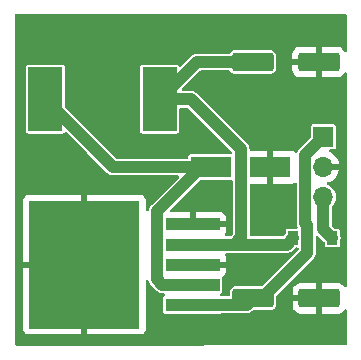
<source format=gbr>
%TF.GenerationSoftware,KiCad,Pcbnew,6.0.2+dfsg-1*%
%TF.CreationDate,2022-09-05T16:28:11+02:00*%
%TF.ProjectId,power-module,706f7765-722d-46d6-9f64-756c652e6b69,rev?*%
%TF.SameCoordinates,Original*%
%TF.FileFunction,Copper,L1,Top*%
%TF.FilePolarity,Positive*%
%FSLAX46Y46*%
G04 Gerber Fmt 4.6, Leading zero omitted, Abs format (unit mm)*
G04 Created by KiCad (PCBNEW 6.0.2+dfsg-1) date 2022-09-05 16:28:11*
%MOMM*%
%LPD*%
G01*
G04 APERTURE LIST*
G04 Aperture macros list*
%AMRoundRect*
0 Rectangle with rounded corners*
0 $1 Rounding radius*
0 $2 $3 $4 $5 $6 $7 $8 $9 X,Y pos of 4 corners*
0 Add a 4 corners polygon primitive as box body*
4,1,4,$2,$3,$4,$5,$6,$7,$8,$9,$2,$3,0*
0 Add four circle primitives for the rounded corners*
1,1,$1+$1,$2,$3*
1,1,$1+$1,$4,$5*
1,1,$1+$1,$6,$7*
1,1,$1+$1,$8,$9*
0 Add four rect primitives between the rounded corners*
20,1,$1+$1,$2,$3,$4,$5,0*
20,1,$1+$1,$4,$5,$6,$7,0*
20,1,$1+$1,$6,$7,$8,$9,0*
20,1,$1+$1,$8,$9,$2,$3,0*%
G04 Aperture macros list end*
%TA.AperFunction,SMDPad,CuDef*%
%ADD10R,4.600000X1.100000*%
%TD*%
%TA.AperFunction,SMDPad,CuDef*%
%ADD11R,9.400000X10.800000*%
%TD*%
%TA.AperFunction,ComponentPad*%
%ADD12R,1.700000X1.700000*%
%TD*%
%TA.AperFunction,ComponentPad*%
%ADD13O,1.700000X1.700000*%
%TD*%
%TA.AperFunction,SMDPad,CuDef*%
%ADD14RoundRect,0.250000X-1.500000X-0.550000X1.500000X-0.550000X1.500000X0.550000X-1.500000X0.550000X0*%
%TD*%
%TA.AperFunction,SMDPad,CuDef*%
%ADD15R,0.900000X1.200000*%
%TD*%
%TA.AperFunction,SMDPad,CuDef*%
%ADD16R,3.500000X1.800000*%
%TD*%
%TA.AperFunction,SMDPad,CuDef*%
%ADD17R,2.900000X5.400000*%
%TD*%
%TA.AperFunction,ViaPad*%
%ADD18C,0.800000*%
%TD*%
%TA.AperFunction,Conductor*%
%ADD19C,1.000000*%
%TD*%
G04 APERTURE END LIST*
D10*
%TO.P,U1,1,VIN*%
%TO.N,+28V*%
X156025000Y-103000000D03*
%TO.P,U1,2,OUT*%
%TO.N,Net-(D1-Pad1)*%
X156025000Y-101300000D03*
%TO.P,U1,3,GND*%
%TO.N,GND*%
X156025000Y-99600000D03*
D11*
X146875000Y-99600000D03*
D10*
%TO.P,U1,4,FB*%
%TO.N,Net-(D2-Pad2)*%
X156025000Y-97900000D03*
%TO.P,U1,5,~{ON}/OFF*%
%TO.N,GND*%
X156025000Y-96200000D03*
%TD*%
D12*
%TO.P,J1,1,Pin_1*%
%TO.N,+28V*%
X167100000Y-88775000D03*
D13*
%TO.P,J1,2,Pin_2*%
%TO.N,GND*%
X167100000Y-91315000D03*
%TO.P,J1,3,Pin_3*%
%TO.N,+3V3*%
X167100000Y-93855000D03*
%TD*%
D14*
%TO.P,C1,1*%
%TO.N,+28V*%
X161150000Y-102450000D03*
%TO.P,C1,2*%
%TO.N,GND*%
X166750000Y-102450000D03*
%TD*%
%TO.P,C2,1*%
%TO.N,Net-(D2-Pad2)*%
X161100000Y-82450000D03*
%TO.P,C2,2*%
%TO.N,GND*%
X166700000Y-82450000D03*
%TD*%
D15*
%TO.P,D2,1,K*%
%TO.N,+3V3*%
X167850000Y-97350000D03*
%TO.P,D2,2,A*%
%TO.N,Net-(D2-Pad2)*%
X164550000Y-97350000D03*
%TD*%
D16*
%TO.P,D1,1,K*%
%TO.N,Net-(D1-Pad1)*%
X157600000Y-91350000D03*
%TO.P,D1,2,A*%
%TO.N,GND*%
X162600000Y-91350000D03*
%TD*%
D17*
%TO.P,L1,1,1*%
%TO.N,Net-(D1-Pad1)*%
X143550000Y-85600000D03*
%TO.P,L1,2,2*%
%TO.N,Net-(D2-Pad2)*%
X153250000Y-85600000D03*
%TD*%
D18*
%TO.N,GND*%
X155800000Y-94750000D03*
X145800000Y-93000000D03*
X159500000Y-99800000D03*
X161750000Y-87250000D03*
X148250000Y-81750000D03*
X167600000Y-99800000D03*
X163150000Y-94200000D03*
%TD*%
D19*
%TO.N,+28V*%
X165550489Y-90324511D02*
X165550489Y-96050489D01*
X165550489Y-96050489D02*
X165750000Y-96250000D01*
X167100000Y-88775000D02*
X165550489Y-90324511D01*
X161899022Y-102450000D02*
X161150000Y-102450000D01*
X156025000Y-103000000D02*
X160600000Y-103000000D01*
X165750000Y-96250000D02*
X165750000Y-98599022D01*
X165750000Y-98599022D02*
X161899022Y-102450000D01*
X160600000Y-103000000D02*
X161150000Y-102450000D01*
%TO.N,Net-(D2-Pad2)*%
X156025000Y-97900000D02*
X164000000Y-97900000D01*
X161100000Y-82450000D02*
X156400000Y-82450000D01*
X160150000Y-97250000D02*
X159500000Y-97900000D01*
X155899022Y-85600000D02*
X160150000Y-89850978D01*
X159500000Y-97900000D02*
X156025000Y-97900000D01*
X156400000Y-82450000D02*
X153250000Y-85600000D01*
X160150000Y-89850978D02*
X160150000Y-97250000D01*
X164000000Y-97900000D02*
X164550000Y-97350000D01*
X153250000Y-85600000D02*
X155899022Y-85600000D01*
%TO.N,Net-(D1-Pad1)*%
X153475978Y-101300000D02*
X156025000Y-101300000D01*
X149300000Y-91350000D02*
X143550000Y-85600000D01*
X153025489Y-100849511D02*
X153475978Y-101300000D01*
X156750000Y-91350000D02*
X153025489Y-95074511D01*
X157600000Y-91350000D02*
X149300000Y-91350000D01*
X153025489Y-95074511D02*
X153025489Y-100849511D01*
X157600000Y-91350000D02*
X156750000Y-91350000D01*
%TO.N,+3V3*%
X167100000Y-96600000D02*
X167850000Y-97350000D01*
X167100000Y-93855000D02*
X167100000Y-96600000D01*
%TD*%
%TA.AperFunction,Conductor*%
%TO.N,GND*%
G36*
X169041621Y-78420502D02*
G01*
X169088114Y-78474158D01*
X169099500Y-78526500D01*
X169099500Y-81469989D01*
X169079498Y-81538110D01*
X169025842Y-81584603D01*
X168955568Y-81594707D01*
X168890988Y-81565213D01*
X168866356Y-81536292D01*
X168801937Y-81432193D01*
X168792901Y-81420792D01*
X168678171Y-81306261D01*
X168666760Y-81297249D01*
X168528757Y-81212184D01*
X168515576Y-81206037D01*
X168361290Y-81154862D01*
X168347914Y-81151995D01*
X168253562Y-81142328D01*
X168247145Y-81142000D01*
X166972115Y-81142000D01*
X166956876Y-81146475D01*
X166955671Y-81147865D01*
X166954000Y-81155548D01*
X166954000Y-83739884D01*
X166958475Y-83755123D01*
X166959865Y-83756328D01*
X166967548Y-83757999D01*
X168247095Y-83757999D01*
X168253614Y-83757662D01*
X168349206Y-83747743D01*
X168362600Y-83744851D01*
X168516784Y-83693412D01*
X168529962Y-83687239D01*
X168667807Y-83601937D01*
X168679208Y-83592901D01*
X168793739Y-83478171D01*
X168802751Y-83466760D01*
X168866240Y-83363761D01*
X168919012Y-83316268D01*
X168989084Y-83304844D01*
X169054207Y-83333118D01*
X169093707Y-83392112D01*
X169099500Y-83429877D01*
X169099500Y-101389191D01*
X169079498Y-101457312D01*
X169025842Y-101503805D01*
X168955568Y-101513909D01*
X168890988Y-101484415D01*
X168866355Y-101455494D01*
X168851932Y-101432187D01*
X168842901Y-101420792D01*
X168728171Y-101306261D01*
X168716760Y-101297249D01*
X168578757Y-101212184D01*
X168565576Y-101206037D01*
X168411290Y-101154862D01*
X168397914Y-101151995D01*
X168303562Y-101142328D01*
X168297145Y-101142000D01*
X167022115Y-101142000D01*
X167006876Y-101146475D01*
X167005671Y-101147865D01*
X167004000Y-101155548D01*
X167004000Y-103739884D01*
X167008475Y-103755123D01*
X167009865Y-103756328D01*
X167017548Y-103757999D01*
X168297095Y-103757999D01*
X168303614Y-103757662D01*
X168399206Y-103747743D01*
X168412600Y-103744851D01*
X168566784Y-103693412D01*
X168579962Y-103687239D01*
X168717807Y-103601937D01*
X168729208Y-103592901D01*
X168843739Y-103478171D01*
X168852753Y-103466757D01*
X168866240Y-103444877D01*
X168919011Y-103397383D01*
X168989083Y-103385959D01*
X169054207Y-103414232D01*
X169093707Y-103473226D01*
X169099500Y-103510992D01*
X169099500Y-106273760D01*
X169079498Y-106341881D01*
X169025842Y-106388374D01*
X168973760Y-106399760D01*
X144799900Y-106449500D01*
X141126275Y-106449500D01*
X141058154Y-106429498D01*
X141011661Y-106375842D01*
X141000275Y-106323725D01*
X140997995Y-105044669D01*
X141667001Y-105044669D01*
X141667371Y-105051490D01*
X141672895Y-105102352D01*
X141676521Y-105117604D01*
X141721676Y-105238054D01*
X141730214Y-105253649D01*
X141806715Y-105355724D01*
X141819276Y-105368285D01*
X141921351Y-105444786D01*
X141936946Y-105453324D01*
X142057394Y-105498478D01*
X142072649Y-105502105D01*
X142123514Y-105507631D01*
X142130328Y-105508000D01*
X146602885Y-105508000D01*
X146618124Y-105503525D01*
X146619329Y-105502135D01*
X146621000Y-105494452D01*
X146621000Y-99872115D01*
X146616525Y-99856876D01*
X146615135Y-99855671D01*
X146607452Y-99854000D01*
X141685116Y-99854000D01*
X141669877Y-99858475D01*
X141668672Y-99859865D01*
X141667001Y-99867548D01*
X141667001Y-105044669D01*
X140997995Y-105044669D01*
X140987805Y-99327885D01*
X141667000Y-99327885D01*
X141671475Y-99343124D01*
X141672865Y-99344329D01*
X141680548Y-99346000D01*
X146602885Y-99346000D01*
X146618124Y-99341525D01*
X146619329Y-99340135D01*
X146621000Y-99332452D01*
X146621000Y-93710116D01*
X146616525Y-93694877D01*
X146615135Y-93693672D01*
X146607452Y-93692001D01*
X142130331Y-93692001D01*
X142123510Y-93692371D01*
X142072648Y-93697895D01*
X142057396Y-93701521D01*
X141936946Y-93746676D01*
X141921351Y-93755214D01*
X141819276Y-93831715D01*
X141806715Y-93844276D01*
X141730214Y-93946351D01*
X141721676Y-93961946D01*
X141676522Y-94082394D01*
X141672895Y-94097649D01*
X141667369Y-94148514D01*
X141667000Y-94155328D01*
X141667000Y-99327885D01*
X140987805Y-99327885D01*
X140968183Y-88319748D01*
X141899500Y-88319748D01*
X141911133Y-88378231D01*
X141955448Y-88444552D01*
X142021769Y-88488867D01*
X142033938Y-88491288D01*
X142033939Y-88491288D01*
X142074184Y-88499293D01*
X142080252Y-88500500D01*
X145019748Y-88500500D01*
X145025816Y-88499293D01*
X145066061Y-88491288D01*
X145066062Y-88491288D01*
X145078231Y-88488867D01*
X145144552Y-88444552D01*
X145151443Y-88434239D01*
X145151445Y-88434237D01*
X145163134Y-88416743D01*
X145217611Y-88371215D01*
X145288054Y-88362367D01*
X145356994Y-88397650D01*
X147072838Y-90113495D01*
X148784418Y-91825075D01*
X148790271Y-91831340D01*
X148827831Y-91874396D01*
X148879473Y-91910690D01*
X148884758Y-91914616D01*
X148928476Y-91948895D01*
X148928480Y-91948897D01*
X148934457Y-91953584D01*
X148941380Y-91956710D01*
X148944328Y-91958495D01*
X148957288Y-91965887D01*
X148960334Y-91967520D01*
X148966547Y-91971887D01*
X149025366Y-91994820D01*
X149031445Y-91997375D01*
X149088984Y-92023355D01*
X149096455Y-92024740D01*
X149099723Y-92025764D01*
X149114164Y-92029877D01*
X149117437Y-92030717D01*
X149124513Y-92033476D01*
X149169183Y-92039356D01*
X149187106Y-92041716D01*
X149193623Y-92042748D01*
X149235035Y-92050423D01*
X149255692Y-92054252D01*
X149263272Y-92053815D01*
X149263273Y-92053815D01*
X149317144Y-92050709D01*
X149324396Y-92050500D01*
X154754654Y-92050500D01*
X154822775Y-92070502D01*
X154869268Y-92124158D01*
X154879372Y-92194432D01*
X154849878Y-92259012D01*
X154843749Y-92265595D01*
X152550414Y-94558929D01*
X152544149Y-94564782D01*
X152501093Y-94602342D01*
X152474015Y-94640871D01*
X152464806Y-94653974D01*
X152460873Y-94659269D01*
X152426594Y-94702987D01*
X152426592Y-94702991D01*
X152421905Y-94708968D01*
X152418779Y-94715891D01*
X152416994Y-94718839D01*
X152409602Y-94731799D01*
X152407969Y-94734845D01*
X152403602Y-94741058D01*
X152400843Y-94748135D01*
X152380669Y-94799877D01*
X152378114Y-94805956D01*
X152352134Y-94863495D01*
X152350749Y-94870966D01*
X152349725Y-94874234D01*
X152345612Y-94888675D01*
X152344772Y-94891948D01*
X152342013Y-94899024D01*
X152341022Y-94906554D01*
X152333921Y-94960493D01*
X152305199Y-95025421D01*
X152245934Y-95064513D01*
X152174943Y-95065358D01*
X152114764Y-95027689D01*
X152084504Y-94963464D01*
X152082999Y-94944048D01*
X152082999Y-94155331D01*
X152082629Y-94148510D01*
X152077105Y-94097648D01*
X152073479Y-94082396D01*
X152028324Y-93961946D01*
X152019786Y-93946351D01*
X151943285Y-93844276D01*
X151930724Y-93831715D01*
X151828649Y-93755214D01*
X151813054Y-93746676D01*
X151692606Y-93701522D01*
X151677351Y-93697895D01*
X151626486Y-93692369D01*
X151619672Y-93692000D01*
X147147115Y-93692000D01*
X147131876Y-93696475D01*
X147130671Y-93697865D01*
X147129000Y-93705548D01*
X147129000Y-105489884D01*
X147133475Y-105505123D01*
X147134865Y-105506328D01*
X147142548Y-105507999D01*
X151619669Y-105507999D01*
X151626490Y-105507629D01*
X151677352Y-105502105D01*
X151692604Y-105498479D01*
X151813054Y-105453324D01*
X151828649Y-105444786D01*
X151930724Y-105368285D01*
X151943285Y-105355724D01*
X152019786Y-105253649D01*
X152028324Y-105238054D01*
X152073478Y-105117606D01*
X152077105Y-105102351D01*
X152082631Y-105051486D01*
X152083000Y-105044672D01*
X152083000Y-100982340D01*
X152103002Y-100914219D01*
X152156658Y-100867726D01*
X152226932Y-100857622D01*
X152291512Y-100887116D01*
X152329896Y-100946842D01*
X152334085Y-100967189D01*
X152340213Y-101017831D01*
X152342898Y-101024938D01*
X152343707Y-101028231D01*
X152347666Y-101042702D01*
X152348655Y-101045978D01*
X152349962Y-101053465D01*
X152353017Y-101060424D01*
X152353017Y-101060425D01*
X152375336Y-101111271D01*
X152377828Y-101117377D01*
X152391993Y-101154862D01*
X152400144Y-101176434D01*
X152404443Y-101182689D01*
X152406024Y-101185714D01*
X152413314Y-101198810D01*
X152415055Y-101201754D01*
X152418110Y-101208713D01*
X152422735Y-101214741D01*
X152422736Y-101214742D01*
X152456531Y-101258784D01*
X152460408Y-101264120D01*
X152491870Y-101309897D01*
X152491875Y-101309903D01*
X152496177Y-101316162D01*
X152501851Y-101321217D01*
X152542137Y-101357111D01*
X152547414Y-101362092D01*
X152960402Y-101775081D01*
X152966255Y-101781347D01*
X152995290Y-101814631D01*
X153003809Y-101824396D01*
X153055451Y-101860690D01*
X153060736Y-101864616D01*
X153104454Y-101898895D01*
X153104458Y-101898897D01*
X153110435Y-101903584D01*
X153117358Y-101906710D01*
X153120306Y-101908495D01*
X153133266Y-101915887D01*
X153136312Y-101917520D01*
X153142525Y-101921887D01*
X153185255Y-101938547D01*
X153201344Y-101944820D01*
X153207423Y-101947375D01*
X153264962Y-101973355D01*
X153272433Y-101974740D01*
X153275701Y-101975764D01*
X153290142Y-101979877D01*
X153293415Y-101980717D01*
X153300491Y-101983476D01*
X153345161Y-101989356D01*
X153363084Y-101991716D01*
X153369601Y-101992748D01*
X153411013Y-102000423D01*
X153431670Y-102004252D01*
X153439250Y-102003815D01*
X153439251Y-102003815D01*
X153493122Y-102000709D01*
X153500374Y-102000500D01*
X153551128Y-102000500D01*
X153621129Y-102021734D01*
X153646769Y-102038867D01*
X153646953Y-102038904D01*
X153695642Y-102078142D01*
X153718061Y-102145506D01*
X153700501Y-102214297D01*
X153651124Y-102260267D01*
X153646769Y-102261133D01*
X153636452Y-102268026D01*
X153636451Y-102268027D01*
X153606390Y-102288114D01*
X153580448Y-102305448D01*
X153536133Y-102371769D01*
X153524500Y-102430252D01*
X153524500Y-103569748D01*
X153536133Y-103628231D01*
X153580448Y-103694552D01*
X153646769Y-103738867D01*
X153658938Y-103741288D01*
X153658939Y-103741288D01*
X153692709Y-103748005D01*
X153705252Y-103750500D01*
X158344748Y-103750500D01*
X158371705Y-103745138D01*
X158391060Y-103741288D01*
X158403231Y-103738867D01*
X158428871Y-103721734D01*
X158498872Y-103700500D01*
X160571359Y-103700500D01*
X160579929Y-103700792D01*
X160629354Y-103704162D01*
X160629358Y-103704162D01*
X160636930Y-103704678D01*
X160644406Y-103703373D01*
X160644409Y-103703373D01*
X160699132Y-103693822D01*
X160705658Y-103692859D01*
X160752098Y-103687239D01*
X160768320Y-103685276D01*
X160775427Y-103682591D01*
X160778720Y-103681782D01*
X160793191Y-103677823D01*
X160796467Y-103676834D01*
X160803954Y-103675527D01*
X160810914Y-103672472D01*
X160861760Y-103650153D01*
X160867866Y-103647661D01*
X160919818Y-103628030D01*
X160919820Y-103628029D01*
X160926923Y-103625345D01*
X160933178Y-103621046D01*
X160936203Y-103619465D01*
X160949299Y-103612175D01*
X160952243Y-103610434D01*
X160959202Y-103607379D01*
X160965234Y-103602751D01*
X161009273Y-103568958D01*
X161014609Y-103565081D01*
X161060386Y-103533619D01*
X161060392Y-103533614D01*
X161066651Y-103529312D01*
X161099288Y-103492681D01*
X161159538Y-103455125D01*
X161193364Y-103450500D01*
X162703834Y-103450500D01*
X162721752Y-103448806D01*
X162727722Y-103448242D01*
X162727723Y-103448242D01*
X162735369Y-103447519D01*
X162863184Y-103402634D01*
X162870754Y-103397042D01*
X162870757Y-103397041D01*
X162964579Y-103327742D01*
X162972150Y-103322150D01*
X162984665Y-103305206D01*
X163047041Y-103220757D01*
X163047042Y-103220754D01*
X163052634Y-103213184D01*
X163097519Y-103085369D01*
X163100500Y-103053834D01*
X163100500Y-103047095D01*
X164492001Y-103047095D01*
X164492338Y-103053614D01*
X164502257Y-103149206D01*
X164505149Y-103162600D01*
X164556588Y-103316784D01*
X164562761Y-103329962D01*
X164648063Y-103467807D01*
X164657099Y-103479208D01*
X164771829Y-103593739D01*
X164783240Y-103602751D01*
X164921243Y-103687816D01*
X164934424Y-103693963D01*
X165088710Y-103745138D01*
X165102086Y-103748005D01*
X165196438Y-103757672D01*
X165202854Y-103758000D01*
X166477885Y-103758000D01*
X166493124Y-103753525D01*
X166494329Y-103752135D01*
X166496000Y-103744452D01*
X166496000Y-102722115D01*
X166491525Y-102706876D01*
X166490135Y-102705671D01*
X166482452Y-102704000D01*
X164510116Y-102704000D01*
X164494877Y-102708475D01*
X164493672Y-102709865D01*
X164492001Y-102717548D01*
X164492001Y-103047095D01*
X163100500Y-103047095D01*
X163100500Y-102291368D01*
X163120502Y-102223247D01*
X163137405Y-102202273D01*
X163161793Y-102177885D01*
X164492000Y-102177885D01*
X164496475Y-102193124D01*
X164497865Y-102194329D01*
X164505548Y-102196000D01*
X166477885Y-102196000D01*
X166493124Y-102191525D01*
X166494329Y-102190135D01*
X166496000Y-102182452D01*
X166496000Y-101160116D01*
X166491525Y-101144877D01*
X166490135Y-101143672D01*
X166482452Y-101142001D01*
X165202905Y-101142001D01*
X165196386Y-101142338D01*
X165100794Y-101152257D01*
X165087400Y-101155149D01*
X164933216Y-101206588D01*
X164920038Y-101212761D01*
X164782193Y-101298063D01*
X164770792Y-101307099D01*
X164656261Y-101421829D01*
X164647249Y-101433240D01*
X164562184Y-101571243D01*
X164556037Y-101584424D01*
X164504862Y-101738710D01*
X164501995Y-101752086D01*
X164492328Y-101846438D01*
X164492000Y-101852855D01*
X164492000Y-102177885D01*
X163161793Y-102177885D01*
X166225067Y-99114611D01*
X166231333Y-99108757D01*
X166268671Y-99076185D01*
X166274396Y-99071191D01*
X166278761Y-99064980D01*
X166278764Y-99064977D01*
X166310705Y-99019529D01*
X166314638Y-99014234D01*
X166348893Y-98970546D01*
X166353583Y-98964565D01*
X166356711Y-98957638D01*
X166358486Y-98954707D01*
X166365903Y-98941704D01*
X166367519Y-98938690D01*
X166371887Y-98932475D01*
X166374646Y-98925399D01*
X166374648Y-98925395D01*
X166394819Y-98873658D01*
X166397375Y-98867577D01*
X166420231Y-98816957D01*
X166420231Y-98816956D01*
X166423355Y-98810038D01*
X166424739Y-98802572D01*
X166425757Y-98799323D01*
X166429877Y-98784858D01*
X166430717Y-98781585D01*
X166433476Y-98774509D01*
X166441716Y-98711916D01*
X166442748Y-98705399D01*
X166452868Y-98650797D01*
X166454252Y-98643330D01*
X166450709Y-98581883D01*
X166450500Y-98574631D01*
X166450500Y-97245347D01*
X166470502Y-97177226D01*
X166524158Y-97130733D01*
X166594432Y-97120629D01*
X166659012Y-97150123D01*
X166665596Y-97156252D01*
X167162596Y-97653253D01*
X167196621Y-97715565D01*
X167199500Y-97742348D01*
X167199500Y-97969748D01*
X167211133Y-98028231D01*
X167255448Y-98094552D01*
X167321769Y-98138867D01*
X167333938Y-98141288D01*
X167333939Y-98141288D01*
X167350500Y-98144582D01*
X167380252Y-98150500D01*
X168319748Y-98150500D01*
X168349500Y-98144582D01*
X168366061Y-98141288D01*
X168366062Y-98141288D01*
X168378231Y-98138867D01*
X168444552Y-98094552D01*
X168488867Y-98028231D01*
X168500500Y-97969748D01*
X168500500Y-97635469D01*
X168506465Y-97597160D01*
X168540837Y-97489461D01*
X168540838Y-97489458D01*
X168543146Y-97482225D01*
X168554678Y-97313070D01*
X168525527Y-97146046D01*
X168511126Y-97113239D01*
X168500500Y-97062594D01*
X168500500Y-96730252D01*
X168488867Y-96671769D01*
X168444552Y-96605448D01*
X168378231Y-96561133D01*
X168366062Y-96558712D01*
X168366061Y-96558712D01*
X168325816Y-96550707D01*
X168319748Y-96549500D01*
X168092347Y-96549500D01*
X168024226Y-96529498D01*
X168003251Y-96512595D01*
X167837404Y-96346747D01*
X167803379Y-96284435D01*
X167800500Y-96257652D01*
X167800500Y-94698086D01*
X167820502Y-94629965D01*
X167831118Y-94615755D01*
X167958540Y-94468134D01*
X167958540Y-94468133D01*
X167962564Y-94463472D01*
X168064323Y-94284344D01*
X168129351Y-94088863D01*
X168155171Y-93884474D01*
X168155583Y-93855000D01*
X168135480Y-93649970D01*
X168075935Y-93452749D01*
X167979218Y-93270849D01*
X167905859Y-93180902D01*
X167852906Y-93115975D01*
X167852903Y-93115972D01*
X167849011Y-93111200D01*
X167836458Y-93100815D01*
X167695025Y-92983811D01*
X167695021Y-92983809D01*
X167690275Y-92979882D01*
X167509055Y-92881897D01*
X167458183Y-92866150D01*
X167399025Y-92826899D01*
X167370477Y-92761895D01*
X167381605Y-92691776D01*
X167428876Y-92638804D01*
X167459235Y-92625099D01*
X167592255Y-92585191D01*
X167601842Y-92581433D01*
X167793095Y-92487739D01*
X167801945Y-92482464D01*
X167975328Y-92358792D01*
X167983200Y-92352139D01*
X168134052Y-92201812D01*
X168140730Y-92193965D01*
X168265003Y-92021020D01*
X168270313Y-92012183D01*
X168364670Y-91821267D01*
X168368469Y-91811672D01*
X168430377Y-91607910D01*
X168432555Y-91597837D01*
X168433986Y-91586962D01*
X168431775Y-91572778D01*
X168418617Y-91569000D01*
X166972000Y-91569000D01*
X166903879Y-91548998D01*
X166857386Y-91495342D01*
X166846000Y-91443000D01*
X166846000Y-91187000D01*
X166866002Y-91118879D01*
X166919658Y-91072386D01*
X166972000Y-91061000D01*
X168418344Y-91061000D01*
X168431875Y-91057027D01*
X168433180Y-91047947D01*
X168391214Y-90880875D01*
X168387894Y-90871124D01*
X168302972Y-90675814D01*
X168298105Y-90666739D01*
X168182426Y-90487926D01*
X168176136Y-90479757D01*
X168032806Y-90322240D01*
X168025273Y-90315215D01*
X167858139Y-90183222D01*
X167849552Y-90177517D01*
X167663117Y-90074599D01*
X167653705Y-90070369D01*
X167653435Y-90070273D01*
X167653341Y-90070205D01*
X167648989Y-90068249D01*
X167649393Y-90067351D01*
X167595899Y-90028679D01*
X167569983Y-89962581D01*
X167583917Y-89892965D01*
X167633276Y-89841934D01*
X167695495Y-89825500D01*
X167969748Y-89825500D01*
X167975816Y-89824293D01*
X168016061Y-89816288D01*
X168016062Y-89816288D01*
X168028231Y-89813867D01*
X168094552Y-89769552D01*
X168138867Y-89703231D01*
X168145036Y-89672220D01*
X168149293Y-89650816D01*
X168150500Y-89644748D01*
X168150500Y-87905252D01*
X168138867Y-87846769D01*
X168094552Y-87780448D01*
X168028231Y-87736133D01*
X168016062Y-87733712D01*
X168016061Y-87733712D01*
X167975816Y-87725707D01*
X167969748Y-87724500D01*
X166230252Y-87724500D01*
X166224184Y-87725707D01*
X166183939Y-87733712D01*
X166183938Y-87733712D01*
X166171769Y-87736133D01*
X166105448Y-87780448D01*
X166061133Y-87846769D01*
X166049500Y-87905252D01*
X166049500Y-88782653D01*
X166029498Y-88850774D01*
X166012595Y-88871748D01*
X165075414Y-89808929D01*
X165069149Y-89814782D01*
X165026093Y-89852342D01*
X164997543Y-89892965D01*
X164989806Y-89903974D01*
X164985873Y-89909269D01*
X164951594Y-89952987D01*
X164951592Y-89952991D01*
X164946905Y-89958968D01*
X164943779Y-89965891D01*
X164941994Y-89968839D01*
X164934602Y-89981799D01*
X164932969Y-89984845D01*
X164928602Y-89991058D01*
X164911702Y-90034405D01*
X164910727Y-90036905D01*
X164867346Y-90093106D01*
X164800467Y-90116933D01*
X164731323Y-90100819D01*
X164713037Y-90086918D01*
X164712904Y-90087096D01*
X164603649Y-90005214D01*
X164588054Y-89996676D01*
X164467606Y-89951522D01*
X164452351Y-89947895D01*
X164401486Y-89942369D01*
X164394672Y-89942000D01*
X162872115Y-89942000D01*
X162856876Y-89946475D01*
X162855671Y-89947865D01*
X162854000Y-89955548D01*
X162854000Y-92739884D01*
X162858475Y-92755123D01*
X162859865Y-92756328D01*
X162867548Y-92757999D01*
X164394669Y-92757999D01*
X164401490Y-92757629D01*
X164452352Y-92752105D01*
X164467604Y-92748479D01*
X164588054Y-92703324D01*
X164603644Y-92694789D01*
X164648424Y-92661228D01*
X164714931Y-92636381D01*
X164784313Y-92651434D01*
X164834543Y-92701609D01*
X164849989Y-92762055D01*
X164849989Y-96021848D01*
X164849697Y-96030418D01*
X164845811Y-96087419D01*
X164847116Y-96094895D01*
X164847116Y-96094898D01*
X164856667Y-96149621D01*
X164857630Y-96156147D01*
X164865213Y-96218809D01*
X164867898Y-96225916D01*
X164868707Y-96229209D01*
X164872666Y-96243680D01*
X164873655Y-96246956D01*
X164874962Y-96254443D01*
X164878017Y-96261402D01*
X164878017Y-96261403D01*
X164900336Y-96312249D01*
X164902828Y-96318355D01*
X164925144Y-96377412D01*
X164922400Y-96378449D01*
X164933582Y-96434781D01*
X164907561Y-96500837D01*
X164849959Y-96542340D01*
X164808088Y-96549500D01*
X164080252Y-96549500D01*
X164074184Y-96550707D01*
X164033939Y-96558712D01*
X164033938Y-96558712D01*
X164021769Y-96561133D01*
X163955448Y-96605448D01*
X163911133Y-96671769D01*
X163899500Y-96730252D01*
X163899500Y-96957653D01*
X163879498Y-97025774D01*
X163862595Y-97046748D01*
X163746748Y-97162595D01*
X163684436Y-97196621D01*
X163657653Y-97199500D01*
X160976500Y-97199500D01*
X160908379Y-97179498D01*
X160861886Y-97125842D01*
X160850500Y-97073500D01*
X160850500Y-92884000D01*
X160870502Y-92815879D01*
X160924158Y-92769386D01*
X160976500Y-92758000D01*
X162327885Y-92758000D01*
X162343124Y-92753525D01*
X162344329Y-92752135D01*
X162346000Y-92744452D01*
X162346000Y-89960116D01*
X162341525Y-89944877D01*
X162340135Y-89943672D01*
X162332452Y-89942001D01*
X160980039Y-89942001D01*
X160911918Y-89921999D01*
X160865425Y-89868343D01*
X160854212Y-89822592D01*
X160854161Y-89821626D01*
X160854678Y-89814048D01*
X160843823Y-89751848D01*
X160842860Y-89745324D01*
X160836189Y-89690199D01*
X160836188Y-89690196D01*
X160835276Y-89682658D01*
X160832592Y-89675556D01*
X160831773Y-89672220D01*
X160827817Y-89657763D01*
X160826834Y-89654506D01*
X160825528Y-89647025D01*
X160821813Y-89638561D01*
X160800151Y-89589211D01*
X160797660Y-89583106D01*
X160778033Y-89531167D01*
X160778031Y-89531163D01*
X160775345Y-89524055D01*
X160771040Y-89517791D01*
X160769451Y-89514752D01*
X160762176Y-89501679D01*
X160760431Y-89498728D01*
X160757379Y-89491776D01*
X160718958Y-89441705D01*
X160715081Y-89436369D01*
X160683619Y-89390592D01*
X160683614Y-89390586D01*
X160679312Y-89384327D01*
X160633342Y-89343369D01*
X160628067Y-89338389D01*
X156414604Y-85124925D01*
X156408750Y-85118659D01*
X156376187Y-85081331D01*
X156371191Y-85075604D01*
X156319549Y-85039310D01*
X156314264Y-85035384D01*
X156270546Y-85001105D01*
X156270542Y-85001103D01*
X156264565Y-84996416D01*
X156257642Y-84993290D01*
X156254694Y-84991505D01*
X156241734Y-84984113D01*
X156238688Y-84982480D01*
X156232475Y-84978113D01*
X156173655Y-84955180D01*
X156167576Y-84952624D01*
X156110038Y-84926645D01*
X156102567Y-84925260D01*
X156099299Y-84924236D01*
X156084858Y-84920123D01*
X156081585Y-84919283D01*
X156074509Y-84916524D01*
X156029839Y-84910644D01*
X156011916Y-84908284D01*
X156005399Y-84907252D01*
X155950797Y-84897132D01*
X155943330Y-84895748D01*
X155935750Y-84896185D01*
X155935749Y-84896185D01*
X155881878Y-84899291D01*
X155874626Y-84899500D01*
X155245346Y-84899500D01*
X155177225Y-84879498D01*
X155130732Y-84825842D01*
X155120628Y-84755568D01*
X155150122Y-84690988D01*
X155156251Y-84684405D01*
X156653252Y-83187405D01*
X156715564Y-83153379D01*
X156742347Y-83150500D01*
X159089903Y-83150500D01*
X159158024Y-83170502D01*
X159197298Y-83213234D01*
X159197366Y-83213184D01*
X159202959Y-83220757D01*
X159277850Y-83322150D01*
X159285421Y-83327742D01*
X159379243Y-83397041D01*
X159379246Y-83397042D01*
X159386816Y-83402634D01*
X159514631Y-83447519D01*
X159522277Y-83448242D01*
X159522278Y-83448242D01*
X159528248Y-83448806D01*
X159546166Y-83450500D01*
X162653834Y-83450500D01*
X162671752Y-83448806D01*
X162677722Y-83448242D01*
X162677723Y-83448242D01*
X162685369Y-83447519D01*
X162813184Y-83402634D01*
X162820754Y-83397042D01*
X162820757Y-83397041D01*
X162914579Y-83327742D01*
X162922150Y-83322150D01*
X162997040Y-83220758D01*
X162997041Y-83220757D01*
X162997042Y-83220754D01*
X163002634Y-83213184D01*
X163047519Y-83085369D01*
X163050500Y-83053834D01*
X163050500Y-83047095D01*
X164442001Y-83047095D01*
X164442338Y-83053614D01*
X164452257Y-83149206D01*
X164455149Y-83162600D01*
X164506588Y-83316784D01*
X164512761Y-83329962D01*
X164598063Y-83467807D01*
X164607099Y-83479208D01*
X164721829Y-83593739D01*
X164733240Y-83602751D01*
X164871243Y-83687816D01*
X164884424Y-83693963D01*
X165038710Y-83745138D01*
X165052086Y-83748005D01*
X165146438Y-83757672D01*
X165152854Y-83758000D01*
X166427885Y-83758000D01*
X166443124Y-83753525D01*
X166444329Y-83752135D01*
X166446000Y-83744452D01*
X166446000Y-82722115D01*
X166441525Y-82706876D01*
X166440135Y-82705671D01*
X166432452Y-82704000D01*
X164460116Y-82704000D01*
X164444877Y-82708475D01*
X164443672Y-82709865D01*
X164442001Y-82717548D01*
X164442001Y-83047095D01*
X163050500Y-83047095D01*
X163050500Y-82177885D01*
X164442000Y-82177885D01*
X164446475Y-82193124D01*
X164447865Y-82194329D01*
X164455548Y-82196000D01*
X166427885Y-82196000D01*
X166443124Y-82191525D01*
X166444329Y-82190135D01*
X166446000Y-82182452D01*
X166446000Y-81160116D01*
X166441525Y-81144877D01*
X166440135Y-81143672D01*
X166432452Y-81142001D01*
X165152905Y-81142001D01*
X165146386Y-81142338D01*
X165050794Y-81152257D01*
X165037400Y-81155149D01*
X164883216Y-81206588D01*
X164870038Y-81212761D01*
X164732193Y-81298063D01*
X164720792Y-81307099D01*
X164606261Y-81421829D01*
X164597249Y-81433240D01*
X164512184Y-81571243D01*
X164506037Y-81584424D01*
X164454862Y-81738710D01*
X164451995Y-81752086D01*
X164442328Y-81846438D01*
X164442000Y-81852855D01*
X164442000Y-82177885D01*
X163050500Y-82177885D01*
X163050500Y-81846166D01*
X163047519Y-81814631D01*
X163002634Y-81686816D01*
X162997042Y-81679246D01*
X162997041Y-81679243D01*
X162927742Y-81585421D01*
X162922150Y-81577850D01*
X162868347Y-81538110D01*
X162820757Y-81502959D01*
X162820754Y-81502958D01*
X162813184Y-81497366D01*
X162685369Y-81452481D01*
X162677723Y-81451758D01*
X162677722Y-81451758D01*
X162671752Y-81451194D01*
X162653834Y-81449500D01*
X159546166Y-81449500D01*
X159528248Y-81451194D01*
X159522278Y-81451758D01*
X159522277Y-81451758D01*
X159514631Y-81452481D01*
X159386816Y-81497366D01*
X159379246Y-81502958D01*
X159379243Y-81502959D01*
X159331653Y-81538110D01*
X159277850Y-81577850D01*
X159272258Y-81585421D01*
X159202960Y-81679242D01*
X159202959Y-81679243D01*
X159197366Y-81686816D01*
X159197159Y-81686663D01*
X159151706Y-81733301D01*
X159089903Y-81749500D01*
X156428641Y-81749500D01*
X156420071Y-81749208D01*
X156419211Y-81749149D01*
X156363070Y-81745322D01*
X156355593Y-81746627D01*
X156355590Y-81746627D01*
X156300870Y-81756177D01*
X156294346Y-81757140D01*
X156239221Y-81763811D01*
X156239218Y-81763812D01*
X156231680Y-81764724D01*
X156224578Y-81767408D01*
X156221242Y-81768227D01*
X156206785Y-81772183D01*
X156203528Y-81773166D01*
X156196047Y-81774472D01*
X156189095Y-81777524D01*
X156189094Y-81777524D01*
X156138233Y-81799849D01*
X156132128Y-81802340D01*
X156080189Y-81821967D01*
X156080185Y-81821969D01*
X156073077Y-81824655D01*
X156066813Y-81828960D01*
X156063774Y-81830549D01*
X156050701Y-81837824D01*
X156047750Y-81839569D01*
X156040798Y-81842621D01*
X156034770Y-81847246D01*
X156034769Y-81847247D01*
X155990727Y-81881042D01*
X155985391Y-81884919D01*
X155939614Y-81916381D01*
X155939608Y-81916386D01*
X155933349Y-81920688D01*
X155928294Y-81926362D01*
X155892392Y-81966657D01*
X155887411Y-81971933D01*
X155056994Y-82802350D01*
X154994682Y-82836376D01*
X154923867Y-82831311D01*
X154863134Y-82783257D01*
X154851445Y-82765763D01*
X154851443Y-82765761D01*
X154844552Y-82755448D01*
X154812658Y-82734137D01*
X154788547Y-82718026D01*
X154778231Y-82711133D01*
X154766062Y-82708712D01*
X154766061Y-82708712D01*
X154725816Y-82700707D01*
X154719748Y-82699500D01*
X151780252Y-82699500D01*
X151774184Y-82700707D01*
X151733939Y-82708712D01*
X151733938Y-82708712D01*
X151721769Y-82711133D01*
X151711453Y-82718026D01*
X151687342Y-82734137D01*
X151655448Y-82755448D01*
X151611133Y-82821769D01*
X151599500Y-82880252D01*
X151599500Y-88319748D01*
X151611133Y-88378231D01*
X151655448Y-88444552D01*
X151721769Y-88488867D01*
X151733938Y-88491288D01*
X151733939Y-88491288D01*
X151774184Y-88499293D01*
X151780252Y-88500500D01*
X154719748Y-88500500D01*
X154725816Y-88499293D01*
X154766061Y-88491288D01*
X154766062Y-88491288D01*
X154778231Y-88488867D01*
X154844552Y-88444552D01*
X154888867Y-88378231D01*
X154900500Y-88319748D01*
X154900500Y-86426500D01*
X154920502Y-86358379D01*
X154974158Y-86311886D01*
X155026500Y-86300500D01*
X155556676Y-86300500D01*
X155624797Y-86320502D01*
X155645771Y-86337405D01*
X159342770Y-90034405D01*
X159376796Y-90096717D01*
X159371731Y-90167533D01*
X159329184Y-90224368D01*
X159262664Y-90249179D01*
X159253675Y-90249500D01*
X155830252Y-90249500D01*
X155824184Y-90250707D01*
X155783939Y-90258712D01*
X155783938Y-90258712D01*
X155771769Y-90261133D01*
X155705448Y-90305448D01*
X155661133Y-90371769D01*
X155649500Y-90430252D01*
X155649500Y-90523500D01*
X155629498Y-90591621D01*
X155575842Y-90638114D01*
X155523500Y-90649500D01*
X149642346Y-90649500D01*
X149574225Y-90629498D01*
X149553251Y-90612595D01*
X145237405Y-86296748D01*
X145203379Y-86234436D01*
X145200500Y-86207653D01*
X145200500Y-82880252D01*
X145188867Y-82821769D01*
X145144552Y-82755448D01*
X145112658Y-82734137D01*
X145088547Y-82718026D01*
X145078231Y-82711133D01*
X145066062Y-82708712D01*
X145066061Y-82708712D01*
X145025816Y-82700707D01*
X145019748Y-82699500D01*
X142080252Y-82699500D01*
X142074184Y-82700707D01*
X142033939Y-82708712D01*
X142033938Y-82708712D01*
X142021769Y-82711133D01*
X142011453Y-82718026D01*
X141987342Y-82734137D01*
X141955448Y-82755448D01*
X141911133Y-82821769D01*
X141899500Y-82880252D01*
X141899500Y-88319748D01*
X140968183Y-88319748D01*
X140950726Y-78526725D01*
X140970607Y-78458568D01*
X141024179Y-78411980D01*
X141076726Y-78400500D01*
X168973500Y-78400500D01*
X169041621Y-78420502D01*
G37*
%TD.AperFunction*%
%TA.AperFunction,Conductor*%
G36*
X164971796Y-98170502D02*
G01*
X165018289Y-98224158D01*
X165028393Y-98294432D01*
X164998899Y-98359012D01*
X164992770Y-98365595D01*
X161945770Y-101412595D01*
X161883458Y-101446621D01*
X161856675Y-101449500D01*
X159596166Y-101449500D01*
X159578248Y-101451194D01*
X159572278Y-101451758D01*
X159572277Y-101451758D01*
X159564631Y-101452481D01*
X159436816Y-101497366D01*
X159429246Y-101502958D01*
X159429243Y-101502959D01*
X159344794Y-101565335D01*
X159327850Y-101577850D01*
X159322258Y-101585421D01*
X159252959Y-101679243D01*
X159252958Y-101679246D01*
X159247366Y-101686816D01*
X159202481Y-101814631D01*
X159199500Y-101846166D01*
X159199500Y-102173500D01*
X159179498Y-102241621D01*
X159125842Y-102288114D01*
X159073500Y-102299500D01*
X158498872Y-102299500D01*
X158428871Y-102278266D01*
X158403231Y-102261133D01*
X158403047Y-102261096D01*
X158354358Y-102221858D01*
X158331939Y-102154494D01*
X158349499Y-102085703D01*
X158398876Y-102039733D01*
X158403231Y-102038867D01*
X158413548Y-102031974D01*
X158413549Y-102031973D01*
X158459239Y-102001443D01*
X158469552Y-101994552D01*
X158513867Y-101928231D01*
X158516323Y-101915887D01*
X158524293Y-101875816D01*
X158525500Y-101869748D01*
X158525500Y-100730252D01*
X158524293Y-100724184D01*
X158523686Y-100718021D01*
X158525048Y-100717887D01*
X158530754Y-100654131D01*
X158572439Y-100599440D01*
X158680724Y-100518285D01*
X158693285Y-100505724D01*
X158769786Y-100403649D01*
X158778324Y-100388054D01*
X158823478Y-100267606D01*
X158827105Y-100252351D01*
X158832631Y-100201486D01*
X158833000Y-100194672D01*
X158833000Y-99872115D01*
X158828525Y-99856876D01*
X158827135Y-99855671D01*
X158819452Y-99854000D01*
X155897000Y-99854000D01*
X155828879Y-99833998D01*
X155782386Y-99780342D01*
X155771000Y-99728000D01*
X155771000Y-99472000D01*
X155791002Y-99403879D01*
X155844658Y-99357386D01*
X155897000Y-99346000D01*
X158814884Y-99346000D01*
X158830123Y-99341525D01*
X158831328Y-99340135D01*
X158832999Y-99332452D01*
X158832999Y-99005331D01*
X158832629Y-98998510D01*
X158827105Y-98947648D01*
X158823479Y-98932396D01*
X158778324Y-98811946D01*
X158765478Y-98788483D01*
X158768397Y-98786885D01*
X158749220Y-98735561D01*
X158764272Y-98666178D01*
X158814445Y-98615947D01*
X158874894Y-98600500D01*
X159471359Y-98600500D01*
X159479929Y-98600792D01*
X159529354Y-98604162D01*
X159529358Y-98604162D01*
X159536930Y-98604678D01*
X159550120Y-98602376D01*
X159571783Y-98600500D01*
X163971359Y-98600500D01*
X163979929Y-98600792D01*
X164029354Y-98604162D01*
X164029358Y-98604162D01*
X164036930Y-98604678D01*
X164044406Y-98603373D01*
X164044409Y-98603373D01*
X164099132Y-98593822D01*
X164105658Y-98592859D01*
X164146096Y-98587965D01*
X164168320Y-98585276D01*
X164175427Y-98582591D01*
X164178720Y-98581782D01*
X164193191Y-98577823D01*
X164196467Y-98576834D01*
X164203954Y-98575527D01*
X164210914Y-98572472D01*
X164261760Y-98550153D01*
X164267866Y-98547661D01*
X164319818Y-98528030D01*
X164319820Y-98528029D01*
X164326923Y-98525345D01*
X164333178Y-98521046D01*
X164336203Y-98519465D01*
X164349299Y-98512175D01*
X164352243Y-98510434D01*
X164359202Y-98507379D01*
X164409273Y-98468958D01*
X164414609Y-98465081D01*
X164460386Y-98433619D01*
X164460392Y-98433614D01*
X164466651Y-98429312D01*
X164507609Y-98383342D01*
X164512589Y-98378067D01*
X164703251Y-98187405D01*
X164765563Y-98153379D01*
X164792346Y-98150500D01*
X164903675Y-98150500D01*
X164971796Y-98170502D01*
G37*
%TD.AperFunction*%
%TA.AperFunction,Conductor*%
G36*
X159391621Y-92470502D02*
G01*
X159438114Y-92524158D01*
X159449500Y-92576500D01*
X159449500Y-96907653D01*
X159429498Y-96975774D01*
X159412595Y-96996749D01*
X159246747Y-97162596D01*
X159184435Y-97196621D01*
X159157652Y-97199500D01*
X158874894Y-97199500D01*
X158806773Y-97179498D01*
X158760280Y-97125842D01*
X158750176Y-97055568D01*
X158767890Y-97012838D01*
X158765478Y-97011517D01*
X158778324Y-96988054D01*
X158823478Y-96867606D01*
X158827105Y-96852351D01*
X158832631Y-96801486D01*
X158833000Y-96794672D01*
X158833000Y-96472115D01*
X158828525Y-96456876D01*
X158827135Y-96455671D01*
X158819452Y-96454000D01*
X155897000Y-96454000D01*
X155828879Y-96433998D01*
X155782386Y-96380342D01*
X155771000Y-96328000D01*
X155771000Y-95927885D01*
X156279000Y-95927885D01*
X156283475Y-95943124D01*
X156284865Y-95944329D01*
X156292548Y-95946000D01*
X158814884Y-95946000D01*
X158830123Y-95941525D01*
X158831328Y-95940135D01*
X158832999Y-95932452D01*
X158832999Y-95605331D01*
X158832629Y-95598510D01*
X158827105Y-95547648D01*
X158823479Y-95532396D01*
X158778324Y-95411946D01*
X158769786Y-95396351D01*
X158693285Y-95294276D01*
X158680724Y-95281715D01*
X158578649Y-95205214D01*
X158563054Y-95196676D01*
X158442606Y-95151522D01*
X158427351Y-95147895D01*
X158376486Y-95142369D01*
X158369672Y-95142000D01*
X156297115Y-95142000D01*
X156281876Y-95146475D01*
X156280671Y-95147865D01*
X156279000Y-95155548D01*
X156279000Y-95927885D01*
X155771000Y-95927885D01*
X155771000Y-95160116D01*
X155766525Y-95144877D01*
X155765135Y-95143672D01*
X155757452Y-95142001D01*
X154252845Y-95142001D01*
X154184724Y-95121999D01*
X154138231Y-95068343D01*
X154128127Y-94998069D01*
X154157621Y-94933489D01*
X154163750Y-94926906D01*
X155202679Y-93887978D01*
X156603252Y-92487405D01*
X156665564Y-92453379D01*
X156692347Y-92450500D01*
X159323500Y-92450500D01*
X159391621Y-92470502D01*
G37*
%TD.AperFunction*%
%TD*%
M02*

</source>
